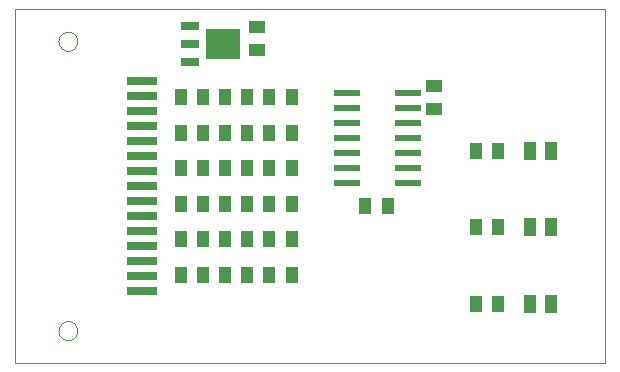
<source format=gtp>
G75*
G70*
%OFA0B0*%
%FSLAX24Y24*%
%IPPOS*%
%LPD*%
%AMOC8*
5,1,8,0,0,1.08239X$1,22.5*
%
%ADD10C,0.0000*%
%ADD11R,0.0413X0.0551*%
%ADD12R,0.0870X0.0240*%
%ADD13R,0.0591X0.0315*%
%ADD14R,0.1181X0.0984*%
%ADD15R,0.0551X0.0413*%
%ADD16R,0.0433X0.0591*%
%ADD17R,0.0984X0.0315*%
D10*
X000111Y000141D02*
X000111Y011952D01*
X019796Y011952D01*
X019796Y000141D01*
X000111Y000141D01*
X001568Y001224D02*
X001570Y001259D01*
X001576Y001294D01*
X001586Y001328D01*
X001599Y001361D01*
X001616Y001392D01*
X001637Y001420D01*
X001660Y001447D01*
X001687Y001470D01*
X001715Y001491D01*
X001746Y001508D01*
X001779Y001521D01*
X001813Y001531D01*
X001848Y001537D01*
X001883Y001539D01*
X001918Y001537D01*
X001953Y001531D01*
X001987Y001521D01*
X002020Y001508D01*
X002051Y001491D01*
X002079Y001470D01*
X002106Y001447D01*
X002129Y001420D01*
X002150Y001392D01*
X002167Y001361D01*
X002180Y001328D01*
X002190Y001294D01*
X002196Y001259D01*
X002198Y001224D01*
X002196Y001189D01*
X002190Y001154D01*
X002180Y001120D01*
X002167Y001087D01*
X002150Y001056D01*
X002129Y001028D01*
X002106Y001001D01*
X002079Y000978D01*
X002051Y000957D01*
X002020Y000940D01*
X001987Y000927D01*
X001953Y000917D01*
X001918Y000911D01*
X001883Y000909D01*
X001848Y000911D01*
X001813Y000917D01*
X001779Y000927D01*
X001746Y000940D01*
X001715Y000957D01*
X001687Y000978D01*
X001660Y001001D01*
X001637Y001028D01*
X001616Y001056D01*
X001599Y001087D01*
X001586Y001120D01*
X001576Y001154D01*
X001570Y001189D01*
X001568Y001224D01*
X001568Y010869D02*
X001570Y010904D01*
X001576Y010939D01*
X001586Y010973D01*
X001599Y011006D01*
X001616Y011037D01*
X001637Y011065D01*
X001660Y011092D01*
X001687Y011115D01*
X001715Y011136D01*
X001746Y011153D01*
X001779Y011166D01*
X001813Y011176D01*
X001848Y011182D01*
X001883Y011184D01*
X001918Y011182D01*
X001953Y011176D01*
X001987Y011166D01*
X002020Y011153D01*
X002051Y011136D01*
X002079Y011115D01*
X002106Y011092D01*
X002129Y011065D01*
X002150Y011037D01*
X002167Y011006D01*
X002180Y010973D01*
X002190Y010939D01*
X002196Y010904D01*
X002198Y010869D01*
X002196Y010834D01*
X002190Y010799D01*
X002180Y010765D01*
X002167Y010732D01*
X002150Y010701D01*
X002129Y010673D01*
X002106Y010646D01*
X002079Y010623D01*
X002051Y010602D01*
X002020Y010585D01*
X001987Y010572D01*
X001953Y010562D01*
X001918Y010556D01*
X001883Y010554D01*
X001848Y010556D01*
X001813Y010562D01*
X001779Y010572D01*
X001746Y010585D01*
X001715Y010602D01*
X001687Y010623D01*
X001660Y010646D01*
X001637Y010673D01*
X001616Y010701D01*
X001599Y010732D01*
X001586Y010765D01*
X001576Y010799D01*
X001570Y010834D01*
X001568Y010869D01*
D11*
X005642Y008999D03*
X006390Y008999D03*
X007119Y008999D03*
X007867Y008999D03*
X008595Y008999D03*
X009343Y008999D03*
X009343Y007818D03*
X008595Y007818D03*
X007867Y007818D03*
X007119Y007818D03*
X006390Y007818D03*
X005642Y007818D03*
X005642Y006637D03*
X006390Y006637D03*
X007119Y006637D03*
X007867Y006637D03*
X008595Y006637D03*
X009343Y006637D03*
X009343Y005456D03*
X008595Y005456D03*
X007867Y005456D03*
X007119Y005456D03*
X006390Y005456D03*
X005642Y005456D03*
X005642Y004275D03*
X006390Y004275D03*
X007119Y004275D03*
X007867Y004275D03*
X008595Y004275D03*
X009343Y004275D03*
X009343Y003094D03*
X008595Y003094D03*
X007867Y003094D03*
X007119Y003094D03*
X006390Y003094D03*
X005642Y003094D03*
X011796Y005373D03*
X012544Y005373D03*
X015485Y004669D03*
X016233Y004669D03*
X016233Y002110D03*
X015485Y002110D03*
X015485Y007228D03*
X016233Y007228D03*
D12*
X013230Y007145D03*
X013230Y006645D03*
X013230Y006145D03*
X011180Y006145D03*
X011180Y006645D03*
X011180Y007145D03*
X011180Y007645D03*
X011180Y008145D03*
X011180Y008645D03*
X011180Y009145D03*
X013230Y009145D03*
X013230Y008645D03*
X013230Y008145D03*
X013230Y007645D03*
D13*
X005938Y010184D03*
X005938Y010775D03*
X005938Y011366D03*
D14*
X007040Y010775D03*
D15*
X008182Y010594D03*
X008182Y011342D03*
X014087Y009373D03*
X014087Y008625D03*
D16*
X017276Y007228D03*
X017985Y007228D03*
X017985Y004669D03*
X017276Y004669D03*
X017276Y002110D03*
X017985Y002110D03*
D17*
X004347Y002547D03*
X004347Y003047D03*
X004347Y003547D03*
X004347Y004047D03*
X004347Y004547D03*
X004347Y005047D03*
X004347Y005547D03*
X004347Y006047D03*
X004347Y006547D03*
X004347Y007047D03*
X004347Y007547D03*
X004347Y008047D03*
X004347Y008547D03*
X004347Y009047D03*
X004347Y009547D03*
M02*

</source>
